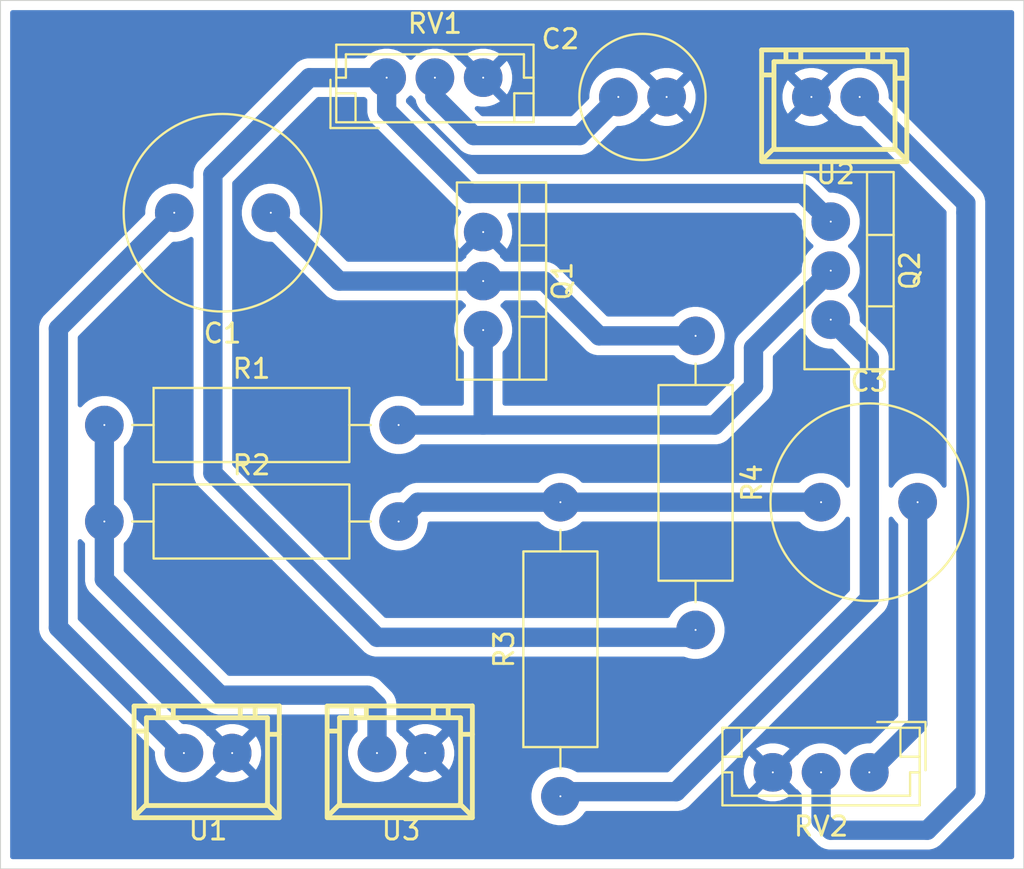
<source format=kicad_pcb>
(kicad_pcb (version 20241229) (generator "pcbnew") (generator_version "9.0")
  (layers (0 "F.Cu" signal) (2 "B.Cu" signal) (13 "F.Paste" user) (15 "B.Paste" user) (5 "F.SilkS" user "F.Silkscreen") (7 "B.SilkS" user "B.Silkscreen") (1 "F.Mask" user) (3 "B.Mask" user) (25 "Edge.Cuts" user))
  (net 0 "")
  (net 1 "Net-(C1-Pad2)")
  (net 2 "Net-(Q1-B)")
  (net 3 "GND")
  (net 4 "Net-(C2-Pad1)")
  (net 5 "Net-(C3-Pad1)")
  (net 6 "Net-(C3-Pad2)")
  (net 7 "Net-(Q1-C)")
  (net 8 "Net-(Q2-C)")
  (net 9 "Net-(Q2-E)")
  (net 10 "+9V")
  (net 11 "Net-(RV2-Pad2)")
  (footprint "easyeda2kicad:CONN-TH_XH-2A" (layer "F.Cu") (at 83.25 56 180)
    (property "Reference" "U2" (at 0 -4 0) (layer "F.SilkS"))
    (property "Value" "B2B-XH-A")
    (fp_line (start 3.83 -3.35) (end 3.83 2.44) (stroke (width 0.25)) (layer "F.SilkS"))
    (fp_line (start 3.78 -3.25) (end 3.17 -2.64) (stroke (width 0.25)) (layer "F.SilkS"))
    (fp_line (start 3.78 -3.33) (end 3.78 -3.25) (stroke (width 0.25)) (layer "F.SilkS"))
    (fp_line (start 3.22 1.14) (end 3.8 1.14) (stroke (width 0.25)) (layer "F.SilkS"))
    (fp_line (start 3.19 1.83) (end -3.08 1.83) (stroke (width 0.25)) (layer "F.SilkS"))
    (fp_line (start 3.19 -2.72) (end 3.19 1.83) (stroke (width 0.25)) (layer "F.SilkS"))
    (fp_line (start 2.57 2.43) (end 2.57 1.84) (stroke (width 0.25)) (layer "F.SilkS"))
    (fp_line (start 1.8 2.41) (end 1.8 1.83) (stroke (width 0.25)) (layer "F.SilkS"))
    (fp_line (start -1.67 2.43) (end -1.67 1.84) (stroke (width 0.25)) (layer "F.SilkS"))
    (fp_line (start -2.44 2.41) (end -2.44 1.83) (stroke (width 0.25)) (layer "F.SilkS"))
    (fp_line (start -3.08 1.83) (end -3.08 -2.69) (stroke (width 0.25)) (layer "F.SilkS"))
    (fp_line (start -3.08 -2.69) (end -3.05 -2.69) (stroke (width 0.25)) (layer "F.SilkS"))
    (fp_line (start -3.08 -2.72) (end 3.19 -2.72) (stroke (width 0.25)) (layer "F.SilkS"))
    (fp_line (start -3.66 -3.25) (end -3.05 -2.64) (stroke (width 0.25)) (layer "F.SilkS"))
    (fp_line (start -3.66 -3.33) (end -3.66 -3.25) (stroke (width 0.25)) (layer "F.SilkS"))
    (fp_line (start -3.67 2.44) (end 3.83 2.44) (stroke (width 0.25)) (layer "F.SilkS"))
    (fp_line (start -3.69 0.97) (end -3.1 0.97) (stroke (width 0.25)) (layer "F.SilkS"))
    (fp_line (start -3.69 -3.35) (end 3.81 -3.35) (stroke (width 0.25)) (layer "F.SilkS"))
    (fp_line (start -3.69 -3.35) (end -3.69 2.45) (stroke (width 0.25)) (layer "F.SilkS"))
    (pad "1" thru_hole circle (at -1.25 0 180) (size 2 2) (drill 0.1) (layers "*.Cu" "*.Mask") (net 11 "Net-(RV2-Pad2)"))
    (pad "2" thru_hole circle (at 1.25 0 180) (size 2 2) (drill 0.1) (layers "*.Cu" "*.Mask") (net 3 "GND"))
  )
  (footprint "Capacitor_THT:C_Radial_D10.0mm_H12.5mm_P5.00mm" (layer "F.Cu") (at 82.5 77)
    (property "Reference" "C3" (at 2.5 -6.25 0) (layer "F.SilkS"))
    (property "Value" "0.01uF")
    (fp_circle (center 2.5 0) (end 7.62 0) (stroke (width 0.12)) (fill no) (layer "F.SilkS"))
    (pad "1" thru_hole circle (at 0 0) (size 2 2) (drill 0.1) (layers "*.Cu" "*.Mask") (net 5 "Net-(C3-Pad1)"))
    (pad "2" thru_hole circle (at 5 0) (size 2 2) (drill 0.1) (layers "*.Cu" "*.Mask") (net 6 "Net-(C3-Pad2)"))
  )
  (footprint "Package_TO_SOT_THT:TO-220-3_Vertical" (layer "F.Cu") (at 65 63 -90)
    (property "Reference" "Q1" (at 2.54 -4.1 270) (layer "F.SilkS"))
    (property "Value" "BC108")
    (fp_line (start -2.57 1.36) (end -2.57 -3.26) (stroke (width 0.12)) (layer "F.SilkS"))
    (fp_line (start 7.65 1.36) (end -2.57 1.36) (stroke (width 0.12)) (layer "F.SilkS"))
    (fp_line (start -2.57 -1.88) (end 7.65 -1.88) (stroke (width 0.12)) (layer "F.SilkS"))
    (fp_line (start -2.57 -3.26) (end 7.65 -3.26) (stroke (width 0.12)) (layer "F.SilkS"))
    (fp_line (start 0.69 -3.26) (end 0.69 -1.88) (stroke (width 0.12)) (layer "F.SilkS"))
    (fp_line (start 4.39 -3.26) (end 4.39 -1.88) (stroke (width 0.12)) (layer "F.SilkS"))
    (fp_line (start 7.65 -3.26) (end 7.65 1.36) (stroke (width 0.12)) (layer "F.SilkS"))
    (pad "1" thru_hole circle (at 0 0 270) (size 2 2) (drill 0.1) (layers "*.Cu" "*.Mask") (net 3 "GND"))
    (pad "2" thru_hole circle (at 2.54 0 270) (size 2 2) (drill 0.1) (layers "*.Cu" "*.Mask") (net 2 "Net-(Q1-B)"))
    (pad "3" thru_hole circle (at 5.08 0 270) (size 2 2) (drill 0.1) (layers "*.Cu" "*.Mask") (net 7 "Net-(Q1-C)"))
  )
  (footprint "Capacitor_THT:C_Radial_D6.3mm_H11.0mm_P2.50mm" (layer "F.Cu") (at 72 56)
    (property "Reference" "C2" (at -3 -3 0) (layer "F.SilkS"))
    (property "Value" "22uF")
    (fp_circle (center 1.25 0) (end 4.52 0) (stroke (width 0.12)) (fill no) (layer "F.SilkS"))
    (pad "1" thru_hole circle (at 0 0) (size 2 2) (drill 0.1) (layers "*.Cu" "*.Mask") (net 4 "Net-(C2-Pad1)"))
    (pad "2" thru_hole circle (at 2.5 0) (size 2 2) (drill 0.1) (layers "*.Cu" "*.Mask") (net 3 "GND"))
  )
  (footprint "Resistor_THT:R_Axial_DIN0411_L9.9mm_D3.6mm_P15.24mm_Horizontal" (layer "F.Cu") (at 45.38 78)
    (property "Reference" "R2" (at 7.62 -2.92 0) (layer "F.SilkS"))
    (property "Value" "330")
    (fp_line (start 1.44 0) (end 2.55 0) (stroke (width 0.12)) (layer "F.SilkS"))
    (fp_line (start 13.8 0) (end 12.69 0) (stroke (width 0.12)) (layer "F.SilkS"))
    (fp_rect (start 2.55 -1.92) (end 12.69 1.92) (stroke (width 0.12)) (fill no) (layer "F.SilkS"))
    (pad "1" thru_hole circle (at 0 0) (size 2 2) (drill 0.1) (layers "*.Cu" "*.Mask") (net 10 "+9V"))
    (pad "2" thru_hole circle (at 15.24 0) (size 2 2) (drill 0.1) (layers "*.Cu" "*.Mask") (net 5 "Net-(C3-Pad1)"))
  )
  (footprint "easyeda2kicad:CONN-TH_XH-2A" (layer "F.Cu") (at 60.75 90 180)
    (property "Reference" "U3" (at 0 -4 0) (layer "F.SilkS"))
    (property "Value" "B2B-XH-A")
    (fp_line (start 3.83 -3.35) (end 3.83 2.44) (stroke (width 0.25)) (layer "F.SilkS"))
    (fp_line (start 3.78 -3.25) (end 3.17 -2.64) (stroke (width 0.25)) (layer "F.SilkS"))
    (fp_line (start 3.78 -3.33) (end 3.78 -3.25) (stroke (width 0.25)) (layer "F.SilkS"))
    (fp_line (start 3.22 1.14) (end 3.8 1.14) (stroke (width 0.25)) (layer "F.SilkS"))
    (fp_line (start 3.19 1.83) (end -3.08 1.83) (stroke (width 0.25)) (layer "F.SilkS"))
    (fp_line (start 3.19 -2.72) (end 3.19 1.83) (stroke (width 0.25)) (layer "F.SilkS"))
    (fp_line (start 2.57 2.43) (end 2.57 1.84) (stroke (width 0.25)) (layer "F.SilkS"))
    (fp_line (start 1.8 2.41) (end 1.8 1.83) (stroke (width 0.25)) (layer "F.SilkS"))
    (fp_line (start -1.67 2.43) (end -1.67 1.84) (stroke (width 0.25)) (layer "F.SilkS"))
    (fp_line (start -2.44 2.41) (end -2.44 1.83) (stroke (width 0.25)) (layer "F.SilkS"))
    (fp_line (start -3.08 1.83) (end -3.08 -2.69) (stroke (width 0.25)) (layer "F.SilkS"))
    (fp_line (start -3.08 -2.69) (end -3.05 -2.69) (stroke (width 0.25)) (layer "F.SilkS"))
    (fp_line (start -3.08 -2.72) (end 3.19 -2.72) (stroke (width 0.25)) (layer "F.SilkS"))
    (fp_line (start -3.66 -3.25) (end -3.05 -2.64) (stroke (width 0.25)) (layer "F.SilkS"))
    (fp_line (start -3.66 -3.33) (end -3.66 -3.25) (stroke (width 0.25)) (layer "F.SilkS"))
    (fp_line (start -3.67 2.44) (end 3.83 2.44) (stroke (width 0.25)) (layer "F.SilkS"))
    (fp_line (start -3.69 0.97) (end -3.1 0.97) (stroke (width 0.25)) (layer "F.SilkS"))
    (fp_line (start -3.69 -3.35) (end 3.81 -3.35) (stroke (width 0.25)) (layer "F.SilkS"))
    (fp_line (start -3.69 -3.35) (end -3.69 2.45) (stroke (width 0.25)) (layer "F.SilkS"))
    (pad "1" thru_hole circle (at -1.25 0 180) (size 2 2) (drill 0.1) (layers "*.Cu" "*.Mask") (net 3 "GND"))
    (pad "2" thru_hole circle (at 1.25 0 180) (size 2 2) (drill 0.1) (layers "*.Cu" "*.Mask") (net 10 "+9V"))
  )
  (footprint "Capacitor_THT:C_Radial_D10.0mm_H12.5mm_P5.00mm" (layer "F.Cu") (at 54 62 180)
    (property "Reference" "C1" (at 2.5 -6.25 180) (layer "F.SilkS"))
    (property "Value" "2.2uF")
    (fp_circle (center 2.5 0) (end 7.62 0) (stroke (width 0.12)) (fill no) (layer "F.SilkS"))
    (pad "1" thru_hole circle (at 0 0 180) (size 2 2) (drill 0.1) (layers "*.Cu" "*.Mask") (net 2 "Net-(Q1-B)"))
    (pad "2" thru_hole circle (at 5 0 180) (size 2 2) (drill 0.1) (layers "*.Cu" "*.Mask") (net 1 "Net-(C1-Pad2)"))
  )
  (footprint "Package_TO_SOT_THT:TO-220-3_Vertical" (layer "F.Cu") (at 83 62.46 -90)
    (property "Reference" "Q2" (at 2.54 -4.1 270) (layer "F.SilkS"))
    (property "Value" "BC108")
    (fp_line (start -2.57 1.36) (end -2.57 -3.26) (stroke (width 0.12)) (layer "F.SilkS"))
    (fp_line (start 7.65 1.36) (end -2.57 1.36) (stroke (width 0.12)) (layer "F.SilkS"))
    (fp_line (start -2.57 -1.88) (end 7.65 -1.88) (stroke (width 0.12)) (layer "F.SilkS"))
    (fp_line (start -2.57 -3.26) (end 7.65 -3.26) (stroke (width 0.12)) (layer "F.SilkS"))
    (fp_line (start 0.69 -3.26) (end 0.69 -1.88) (stroke (width 0.12)) (layer "F.SilkS"))
    (fp_line (start 4.39 -3.26) (end 4.39 -1.88) (stroke (width 0.12)) (layer "F.SilkS"))
    (fp_line (start 7.65 -3.26) (end 7.65 1.36) (stroke (width 0.12)) (layer "F.SilkS"))
    (pad "1" thru_hole circle (at 0 0 270) (size 2 2) (drill 0.1) (layers "*.Cu" "*.Mask") (net 9 "Net-(Q2-E)"))
    (pad "2" thru_hole circle (at 2.54 0 270) (size 2 2) (drill 0.1) (layers "*.Cu" "*.Mask") (net 7 "Net-(Q1-C)"))
    (pad "3" thru_hole circle (at 5.08 0 270) (size 2 2) (drill 0.1) (layers "*.Cu" "*.Mask") (net 8 "Net-(Q2-C)"))
  )
  (footprint "Connector_JST:JST_EH_B3B-EH-A_1x03_P2.50mm_Vertical" (layer "F.Cu") (at 85 91 180)
    (property "Reference" "RV2" (at 2.5 -2.8 0) (layer "F.SilkS"))
    (property "Value" "500K")
    (fp_line (start 7.61 2.31) (end 7.61 -1.71) (stroke (width 0.12)) (layer "F.SilkS"))
    (fp_line (start 7.61 0.81) (end 6.61 0.81) (stroke (width 0.12)) (layer "F.SilkS"))
    (fp_line (start 7.61 -1.71) (end -2.61 -1.71) (stroke (width 0.12)) (layer "F.SilkS"))
    (fp_line (start 7.11 0) (end 7.61 0) (stroke (width 0.12)) (layer "F.SilkS"))
    (fp_line (start 7.11 -1.21) (end 7.11 0) (stroke (width 0.12)) (layer "F.SilkS"))
    (fp_line (start 6.61 0.81) (end 6.61 2.31) (stroke (width 0.12)) (layer "F.SilkS"))
    (fp_line (start -1.61 0.81) (end -1.61 2.31) (stroke (width 0.12)) (layer "F.SilkS"))
    (fp_line (start -2.11 0) (end -2.11 -1.21) (stroke (width 0.12)) (layer "F.SilkS"))
    (fp_line (start -2.11 -1.21) (end 7.11 -1.21) (stroke (width 0.12)) (layer "F.SilkS"))
    (fp_line (start -2.61 2.31) (end 7.61 2.31) (stroke (width 0.12)) (layer "F.SilkS"))
    (fp_line (start -2.61 0.81) (end -1.61 0.81) (stroke (width 0.12)) (layer "F.SilkS"))
    (fp_line (start -2.61 0) (end -2.11 0) (stroke (width 0.12)) (layer "F.SilkS"))
    (fp_line (start -2.61 -1.71) (end -2.61 2.31) (stroke (width 0.12)) (layer "F.SilkS"))
    (fp_line (start -2.91 2.61) (end -0.41 2.61) (stroke (width 0.12)) (layer "F.SilkS"))
    (fp_line (start -2.91 0.11) (end -2.91 2.61) (stroke (width 0.12)) (layer "F.SilkS"))
    (pad "1" thru_hole circle (at 0 0 180) (size 2 2) (drill 0.1) (layers "*.Cu" "*.Mask") (net 6 "Net-(C3-Pad2)"))
    (pad "2" thru_hole circle (at 2.5 0 180) (size 2 2) (drill 0.1) (layers "*.Cu" "*.Mask") (net 11 "Net-(RV2-Pad2)"))
    (pad "3" thru_hole circle (at 5 0 180) (size 2 2) (drill 0.1) (layers "*.Cu" "*.Mask") (net 3 "GND"))
  )
  (footprint "Resistor_THT:R_Axial_DIN0411_L9.9mm_D3.6mm_P15.24mm_Horizontal" (layer "F.Cu") (at 45.38 73)
    (property "Reference" "R1" (at 7.62 -2.92 0) (layer "F.SilkS"))
    (property "Value" "33K")
    (fp_line (start 1.44 0) (end 2.55 0) (stroke (width 0.12)) (layer "F.SilkS"))
    (fp_line (start 13.8 0) (end 12.69 0) (stroke (width 0.12)) (layer "F.SilkS"))
    (fp_rect (start 2.55 -1.92) (end 12.69 1.92) (stroke (width 0.12)) (fill no) (layer "F.SilkS"))
    (pad "1" thru_hole circle (at 0 0) (size 2 2) (drill 0.1) (layers "*.Cu" "*.Mask") (net 10 "+9V"))
    (pad "2" thru_hole circle (at 15.24 0) (size 2 2) (drill 0.1) (layers "*.Cu" "*.Mask") (net 7 "Net-(Q1-C)"))
  )
  (footprint "Resistor_THT:R_Axial_DIN0411_L9.9mm_D3.6mm_P15.24mm_Horizontal" (layer "F.Cu") (at 76 68.38 -90)
    (property "Reference" "R4" (at 7.62 -2.92 90) (layer "F.SilkS"))
    (property "Value" "100K")
    (fp_line (start 1.44 0) (end 2.55 0) (stroke (width 0.12)) (layer "F.SilkS"))
    (fp_line (start 13.8 0) (end 12.69 0) (stroke (width 0.12)) (layer "F.SilkS"))
    (fp_rect (start 2.55 -1.92) (end 12.69 1.92) (stroke (width 0.12)) (fill no) (layer "F.SilkS"))
    (pad "1" thru_hole circle (at 0 0 270) (size 2 2) (drill 0.1) (layers "*.Cu" "*.Mask") (net 2 "Net-(Q1-B)"))
    (pad "2" thru_hole circle (at 15.24 0 270) (size 2 2) (drill 0.1) (layers "*.Cu" "*.Mask") (net 9 "Net-(Q2-E)"))
  )
  (footprint "easyeda2kicad:CONN-TH_XH-2A" (layer "F.Cu") (at 50.75 90 180)
    (property "Reference" "U1" (at 0 -4 0) (layer "F.SilkS"))
    (property "Value" "B2B-XH-A")
    (fp_line (start 3.83 -3.35) (end 3.83 2.44) (stroke (width 0.25)) (layer "F.SilkS"))
    (fp_line (start 3.78 -3.25) (end 3.17 -2.64) (stroke (width 0.25)) (layer "F.SilkS"))
    (fp_line (start 3.78 -3.33) (end 3.78 -3.25) (stroke (width 0.25)) (layer "F.SilkS"))
    (fp_line (start 3.22 1.14) (end 3.8 1.14) (stroke (width 0.25)) (layer "F.SilkS"))
    (fp_line (start 3.19 1.83) (end -3.08 1.83) (stroke (width 0.25)) (layer "F.SilkS"))
    (fp_line (start 3.19 -2.72) (end 3.19 1.83) (stroke (width 0.25)) (layer "F.SilkS"))
    (fp_line (start 2.57 2.43) (end 2.57 1.84) (stroke (width 0.25)) (layer "F.SilkS"))
    (fp_line (start 1.8 2.41) (end 1.8 1.83) (stroke (width 0.25)) (layer "F.SilkS"))
    (fp_line (start -1.67 2.43) (end -1.67 1.84) (stroke (width 0.25)) (layer "F.SilkS"))
    (fp_line (start -2.44 2.41) (end -2.44 1.83) (stroke (width 0.25)) (layer "F.SilkS"))
    (fp_line (start -3.08 1.83) (end -3.08 -2.69) (stroke (width 0.25)) (layer "F.SilkS"))
    (fp_line (start -3.08 -2.69) (end -3.05 -2.69) (stroke (width 0.25)) (layer "F.SilkS"))
    (fp_line (start -3.08 -2.72) (end 3.19 -2.72) (stroke (width 0.25)) (layer "F.SilkS"))
    (fp_line (start -3.66 -3.25) (end -3.05 -2.64) (stroke (width 0.25)) (layer "F.SilkS"))
    (fp_line (start -3.66 -3.33) (end -3.66 -3.25) (stroke (width 0.25)) (layer "F.SilkS"))
    (fp_line (start -3.67 2.44) (end 3.83 2.44) (stroke (width 0.25)) (layer "F.SilkS"))
    (fp_line (start -3.69 0.97) (end -3.1 0.97) (stroke (width 0.25)) (layer "F.SilkS"))
    (fp_line (start -3.69 -3.35) (end 3.81 -3.35) (stroke (width 0.25)) (layer "F.SilkS"))
    (fp_line (start -3.69 -3.35) (end -3.69 2.45) (stroke (width 0.25)) (layer "F.SilkS"))
    (pad "1" thru_hole circle (at -1.25 0 180) (size 2 2) (drill 0.1) (layers "*.Cu" "*.Mask") (net 3 "GND"))
    (pad "2" thru_hole circle (at 1.25 0 180) (size 2 2) (drill 0.1) (layers "*.Cu" "*.Mask") (net 1 "Net-(C1-Pad2)"))
  )
  (footprint "Resistor_THT:R_Axial_DIN0411_L9.9mm_D3.6mm_P15.24mm_Horizontal" (layer "F.Cu") (at 69 92.24 90)
    (property "Reference" "R3" (at 7.62 -2.92 90) (layer "F.SilkS"))
    (property "Value" "8K2")
    (fp_line (start 13.8 0) (end 12.69 0) (stroke (width 0.12)) (layer "F.SilkS"))
    (fp_line (start 1.44 0) (end 2.55 0) (stroke (width 0.12)) (layer "F.SilkS"))
    (fp_rect (start 2.55 -1.92) (end 12.69 1.92) (stroke (width 0.12)) (fill no) (layer "F.SilkS"))
    (pad "1" thru_hole circle (at 0 0 90) (size 2 2) (drill 0.1) (layers "*.Cu" "*.Mask") (net 8 "Net-(Q2-C)"))
    (pad "2" thru_hole circle (at 15.24 0 90) (size 2 2) (drill 0.1) (layers "*.Cu" "*.Mask") (net 5 "Net-(C3-Pad1)"))
  )
  (footprint "Connector_JST:JST_EH_B3B-EH-A_1x03_P2.50mm_Vertical" (layer "F.Cu") (at 60 55)
    (property "Reference" "RV1" (at 2.5 -2.8 0) (layer "F.SilkS"))
    (property "Value" "1KB")
    (fp_line (start -2.91 0.11) (end -2.91 2.61) (stroke (width 0.12)) (layer "F.SilkS"))
    (fp_line (start -2.91 2.61) (end -0.41 2.61) (stroke (width 0.12)) (layer "F.SilkS"))
    (fp_line (start -2.61 -1.71) (end -2.61 2.31) (stroke (width 0.12)) (layer "F.SilkS"))
    (fp_line (start -2.61 0) (end -2.11 0) (stroke (width 0.12)) (layer "F.SilkS"))
    (fp_line (start -2.61 0.81) (end -1.61 0.81) (stroke (width 0.12)) (layer "F.SilkS"))
    (fp_line (start -2.61 2.31) (end 7.61 2.31) (stroke (width 0.12)) (layer "F.SilkS"))
    (fp_line (start -2.11 -1.21) (end 7.11 -1.21) (stroke (width 0.12)) (layer "F.SilkS"))
    (fp_line (start -2.11 0) (end -2.11 -1.21) (stroke (width 0.12)) (layer "F.SilkS"))
    (fp_line (start -1.61 0.81) (end -1.61 2.31) (stroke (width 0.12)) (layer "F.SilkS"))
    (fp_line (start 6.61 0.81) (end 6.61 2.31) (stroke (width 0.12)) (layer "F.SilkS"))
    (fp_line (start 7.11 -1.21) (end 7.11 0) (stroke (width 0.12)) (layer "F.SilkS"))
    (fp_line (start 7.11 0) (end 7.61 0) (stroke (width 0.12)) (layer "F.SilkS"))
    (fp_line (start 7.61 -1.71) (end -2.61 -1.71) (stroke (width 0.12)) (layer "F.SilkS"))
    (fp_line (start 7.61 0.81) (end 6.61 0.81) (stroke (width 0.12)) (layer "F.SilkS"))
    (fp_line (start 7.61 2.31) (end 7.61 -1.71) (stroke (width 0.12)) (layer "F.SilkS"))
    (pad "1" thru_hole circle (at 0 0) (size 2 2) (drill 0.1) (layers "*.Cu" "*.Mask") (net 9 "Net-(Q2-E)"))
    (pad "2" thru_hole circle (at 2.5 0) (size 2 2) (drill 0.1) (layers "*.Cu" "*.Mask") (net 4 "Net-(C2-Pad1)"))
    (pad "3" thru_hole circle (at 5 0) (size 2 2) (drill 0.1) (layers "*.Cu" "*.Mask") (net 3 "GND"))
  )
  (gr_rect (start 40 51) (end 93 96) (stroke (width 0.05)) (fill no) (layer "Edge.Cuts"))
  (segment (start 49.5 90) (end 43 83.5) (width 1) (layer "B.Cu") (net 1))
  (segment (start 43 83.5) (end 43 68) (width 1) (layer "B.Cu") (net 1))
  (segment (start 43 68) (end 49 62) (width 1) (layer "B.Cu") (net 1))
  (segment (start 65 65.54) (end 68.160108 65.54) (width 1) (layer "B.Cu") (net 2))
  (segment (start 65 65.54) (end 57.54 65.54) (width 1) (layer "B.Cu") (net 2))
  (segment (start 57.54 65.54) (end 54 62) (width 1) (layer "B.Cu") (net 2))
  (segment (start 71.000108 68.38) (end 76 68.38) (width 1) (layer "B.Cu") (net 2))
  (segment (start 68.160108 65.54) (end 71.000108 68.38) (width 1) (layer "B.Cu") (net 2))
  (segment (start 70 58) (end 64.5 58) (width 1) (layer "B.Cu") (net 4))
  (segment (start 70 58) (end 72 56) (width 1) (layer "B.Cu") (net 4))
  (segment (start 64.5 58) (end 62.5 56) (width 1) (layer "B.Cu") (net 4))
  (segment (start 62.5 55) (end 62.5 56) (width 1) (layer "B.Cu") (net 4))
  (segment (start 69 77) (end 82.5 77) (width 1) (layer "B.Cu") (net 5))
  (segment (start 69 77) (end 61.62 77) (width 1) (layer "B.Cu") (net 5))
  (segment (start 61.62 77) (end 60.62 78) (width 1) (layer "B.Cu") (net 5))
  (segment (start 85 91) (end 87.5 88.5) (width 1) (layer "B.Cu") (net 6))
  (segment (start 87.5 88.5) (end 87.5 77) (width 1) (layer "B.Cu") (net 6))
  (segment (start 83 65) (end 79 69) (width 1) (layer "B.Cu") (net 7))
  (segment (start 60.62 73) (end 65 73) (width 1) (layer "B.Cu") (net 7))
  (segment (start 79 69) (end 79 71) (width 1) (layer "B.Cu") (net 7))
  (segment (start 65 68.08) (end 65 73) (width 1) (layer "B.Cu") (net 7))
  (segment (start 65 73) (end 77 73) (width 1) (layer "B.Cu") (net 7))
  (segment (start 77 73) (end 79 71) (width 1) (layer "B.Cu") (net 7))
  (segment (start 85 69.54) (end 83 67.54) (width 1) (layer "B.Cu") (net 8))
  (segment (start 75 92) (end 85 82) (width 1) (layer "B.Cu") (net 8))
  (segment (start 85 82) (end 85 69.54) (width 1) (layer "B.Cu") (net 8))
  (segment (start 69.24 92) (end 75 92) (width 1) (layer "B.Cu") (net 8))
  (segment (start 69 92.24) (end 69.24 92) (width 1) (layer "B.Cu") (net 8))
  (segment (start 56 55) (end 51 60) (width 1) (layer "B.Cu") (net 9))
  (segment (start 83 62.46) (end 81.54 61) (width 1) (layer "B.Cu") (net 9))
  (segment (start 75.62 84) (end 76 83.62) (width 1) (layer "B.Cu") (net 9))
  (segment (start 51 75.5) (end 59.5 84) (width 1) (layer "B.Cu") (net 9))
  (segment (start 60 55) (end 56 55) (width 1) (layer "B.Cu") (net 9))
  (segment (start 81.54 61) (end 64.30153 61) (width 1) (layer "B.Cu") (net 9))
  (segment (start 64.30153 61) (end 60 56.69847) (width 1) (layer "B.Cu") (net 9))
  (segment (start 51 60) (end 51 75.5) (width 1) (layer "B.Cu") (net 9))
  (segment (start 59.5 84) (end 75.62 84) (width 1) (layer "B.Cu") (net 9))
  (segment (start 60 56.69847) (end 60 55) (width 1) (layer "B.Cu") (net 9))
  (segment (start 59.5 87.5) (end 59.5 90) (width 1) (layer "B.Cu") (net 10))
  (segment (start 45.38 73) (end 45.38 81) (width 1) (layer "B.Cu") (net 10))
  (segment (start 45.38 81) (end 51.38 87) (width 1) (layer "B.Cu") (net 10))
  (segment (start 51.38 87) (end 59 87) (width 1) (layer "B.Cu") (net 10))
  (segment (start 59 87) (end 59.5 87.5) (width 1) (layer "B.Cu") (net 10))
  (segment (start 90 92) (end 90 62) (width 1) (layer "B.Cu") (net 11))
  (segment (start 88 94) (end 90 92) (width 1) (layer "B.Cu") (net 11))
  (segment (start 84.5 56) (end 90 61.5) (width 1) (layer "B.Cu") (net 11))
  (segment (start 90 61.5) (end 90 62) (width 1) (layer "B.Cu") (net 11))
  (segment (start 82.5 91) (end 82.5 93.5) (width 1) (layer "B.Cu") (net 11))
  (segment (start 83 94) (end 88 94) (width 1) (layer "B.Cu") (net 11))
  (segment (start 82.5 93.5) (end 83 94) (width 1) (layer "B.Cu") (net 11))
  (zone (net 3) (net_name "GND") (layer "B.Cu") (connect_pads (clearance 0.5)) (min_thickness 0.25) (fill yes (thermal_gap 0.5) (thermal_bridge_width 0.5))
    (polygon (pts (xy 40 51) (xy 93 51) (xy 93 96) (xy 40 96)))
  )
)
</source>
